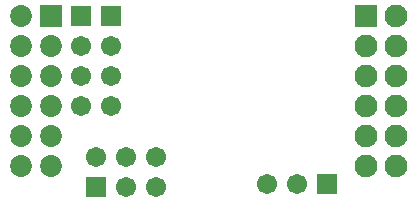
<source format=gbs>
G04*
G04 #@! TF.GenerationSoftware,Altium Limited,Altium Designer,23.3.1 (30)*
G04*
G04 Layer_Color=16711935*
%FSLAX44Y44*%
%MOMM*%
G71*
G04*
G04 #@! TF.SameCoordinates,D8AE08F4-3845-44A1-9C7E-D53955B2364C*
G04*
G04*
G04 #@! TF.FilePolarity,Negative*
G04*
G01*
G75*
%ADD25R,1.7032X1.7032*%
%ADD26C,1.7032*%
%ADD27R,1.8542X1.8542*%
%ADD28C,1.8542*%
%ADD29R,1.7032X1.7032*%
%ADD30C,1.9304*%
%ADD31R,1.8796X1.8796*%
D25*
X551180Y264160D02*
D03*
X355600Y261620D02*
D03*
D26*
X525780Y264160D02*
D03*
X500380D02*
D03*
X368300Y381000D02*
D03*
Y355600D02*
D03*
Y330200D02*
D03*
X342900Y381000D02*
D03*
Y355600D02*
D03*
Y330200D02*
D03*
X355600Y287020D02*
D03*
X381000Y261620D02*
D03*
Y287020D02*
D03*
X406400Y261620D02*
D03*
Y287020D02*
D03*
D27*
X317500Y406400D02*
D03*
D28*
Y381000D02*
D03*
Y355600D02*
D03*
Y330200D02*
D03*
Y304800D02*
D03*
Y279400D02*
D03*
X292100Y406400D02*
D03*
Y381000D02*
D03*
Y355600D02*
D03*
Y330200D02*
D03*
Y304800D02*
D03*
Y279400D02*
D03*
D29*
X368300Y406400D02*
D03*
X342900D02*
D03*
D30*
X609600Y279400D02*
D03*
Y304800D02*
D03*
Y330200D02*
D03*
Y355600D02*
D03*
Y381000D02*
D03*
Y406400D02*
D03*
X584200Y279400D02*
D03*
Y304800D02*
D03*
Y330200D02*
D03*
Y355600D02*
D03*
Y381000D02*
D03*
D31*
Y406400D02*
D03*
M02*

</source>
